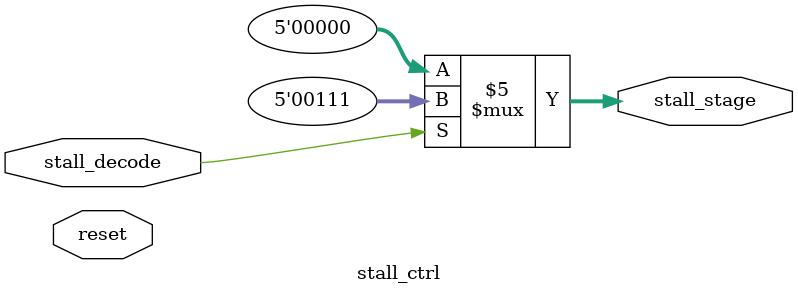
<source format=v>
module stall_ctrl(
    input reset,
    input stall_decode,
    output reg [4:0] stall_stage
    );

    always @(*) begin
        if(reset == 1) begin
            stall_stage = 5'b00000;
        end
        if(stall_decode == 1) begin
            stall_stage = 5'b00111;
        end
        else begin
            stall_stage = 5'b00000;
        end
    end

endmodule
</source>
